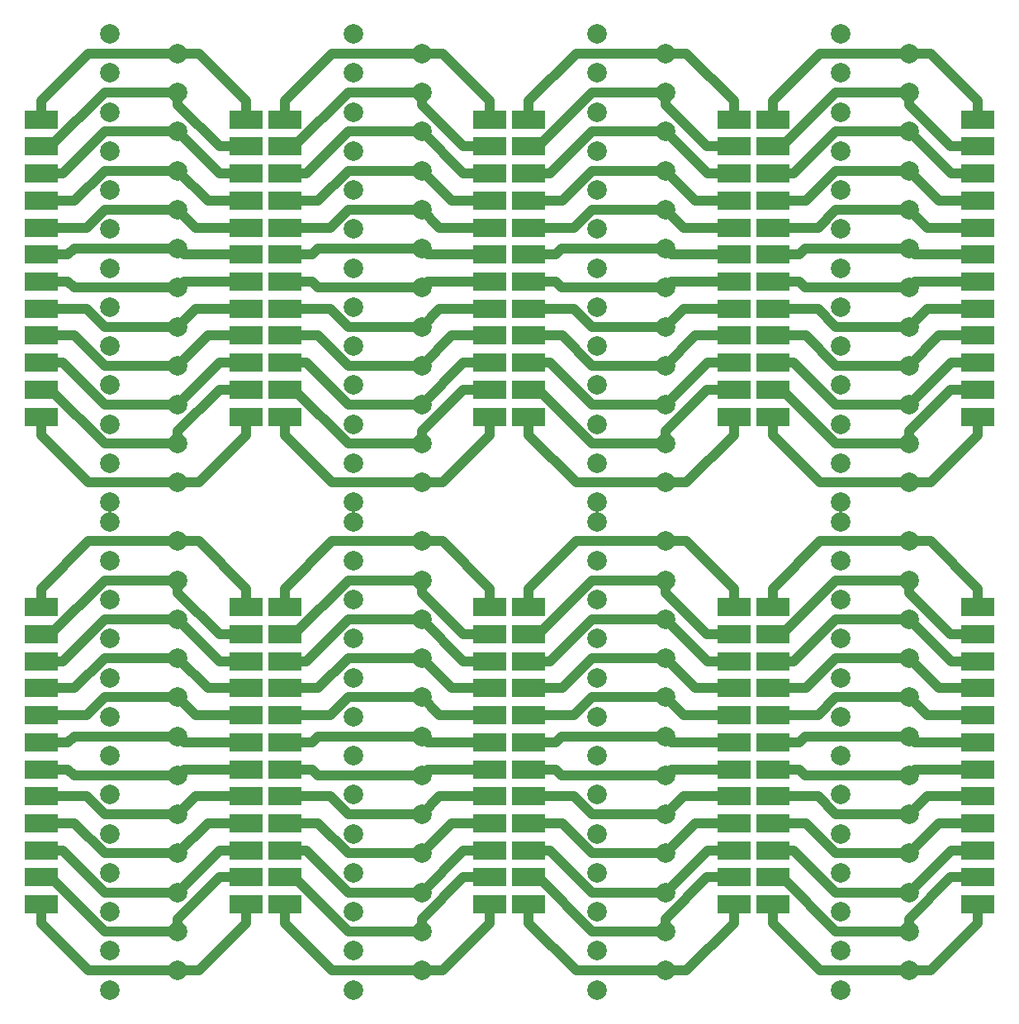
<source format=gbl>
G04 #@! TF.GenerationSoftware,KiCad,Pcbnew,(5.1.5)-3*
G04 #@! TF.CreationDate,2021-03-24T18:55:27+09:00*
G04 #@! TF.ProjectId,DSub25TestPoint(2x4),44537562-3235-4546-9573-74506f696e74,rev?*
G04 #@! TF.SameCoordinates,Original*
G04 #@! TF.FileFunction,Copper,L2,Bot*
G04 #@! TF.FilePolarity,Positive*
%FSLAX46Y46*%
G04 Gerber Fmt 4.6, Leading zero omitted, Abs format (unit mm)*
G04 Created by KiCad (PCBNEW (5.1.5)-3) date 2021-03-24 18:55:27*
%MOMM*%
%LPD*%
G04 APERTURE LIST*
%ADD10C,2.000000*%
%ADD11R,3.480000X1.846667*%
%ADD12C,1.000000*%
G04 APERTURE END LIST*
D10*
X121000000Y-99000000D03*
X114000000Y-101000000D03*
X121000000Y-127000000D03*
X121000000Y-115000000D03*
X121000000Y-103000000D03*
X121000000Y-119000000D03*
X114000000Y-89000000D03*
X121000000Y-111000000D03*
X121000000Y-83000000D03*
X114000000Y-85000000D03*
X114000000Y-81000000D03*
X121000000Y-107000000D03*
X121000000Y-123000000D03*
X114000000Y-97000000D03*
X114000000Y-93000000D03*
X121000000Y-87000000D03*
X121000000Y-91000000D03*
X121000000Y-95000000D03*
X121000000Y-61000000D03*
X114000000Y-109000000D03*
X121000000Y-41000000D03*
X114000000Y-129000000D03*
X114000000Y-117000000D03*
X121000000Y-69000000D03*
D11*
X128000000Y-120235000D03*
X128000000Y-117465000D03*
X128000000Y-114695000D03*
X128000000Y-111925000D03*
X128000000Y-109155000D03*
X128000000Y-106385000D03*
X128000000Y-103615000D03*
X128000000Y-100845000D03*
X128000000Y-98075000D03*
X128000000Y-95305000D03*
X128000000Y-92535000D03*
X128000000Y-89765000D03*
D10*
X114000000Y-31000000D03*
D11*
X107000000Y-120235000D03*
X107000000Y-117465000D03*
X107000000Y-114695000D03*
X107000000Y-111925000D03*
X107000000Y-109155000D03*
X107000000Y-106385000D03*
X107000000Y-103615000D03*
X107000000Y-100845000D03*
X107000000Y-98075000D03*
X107000000Y-95305000D03*
X107000000Y-92535000D03*
X107000000Y-89765000D03*
D10*
X114000000Y-113000000D03*
X114000000Y-121000000D03*
X121000000Y-37000000D03*
X121000000Y-73000000D03*
X121000000Y-53000000D03*
X121000000Y-65000000D03*
X114000000Y-125000000D03*
X114000000Y-105000000D03*
X114000000Y-51000000D03*
X114000000Y-47000000D03*
D11*
X128000000Y-70235000D03*
X128000000Y-67465000D03*
X128000000Y-64695000D03*
X128000000Y-61925000D03*
X128000000Y-59155000D03*
X128000000Y-56385000D03*
X128000000Y-53615000D03*
X128000000Y-50845000D03*
X128000000Y-48075000D03*
X128000000Y-45305000D03*
X128000000Y-42535000D03*
X128000000Y-39765000D03*
D10*
X121000000Y-77000000D03*
X114000000Y-43000000D03*
X114000000Y-39000000D03*
X121000000Y-57000000D03*
D11*
X107000000Y-70235000D03*
X107000000Y-67465000D03*
X107000000Y-64695000D03*
X107000000Y-61925000D03*
X107000000Y-59155000D03*
X107000000Y-56385000D03*
X107000000Y-53615000D03*
X107000000Y-50845000D03*
X107000000Y-48075000D03*
X107000000Y-45305000D03*
X107000000Y-42535000D03*
X107000000Y-39765000D03*
D10*
X114000000Y-63000000D03*
X121000000Y-49000000D03*
X114000000Y-35000000D03*
X114000000Y-59000000D03*
X114000000Y-71000000D03*
X114000000Y-67000000D03*
X121000000Y-33000000D03*
X121000000Y-45000000D03*
X114000000Y-55000000D03*
X114000000Y-79000000D03*
X114000000Y-75000000D03*
X96000000Y-99000000D03*
X96000000Y-111000000D03*
X89000000Y-89000000D03*
X96000000Y-83000000D03*
X96000000Y-87000000D03*
X96000000Y-115000000D03*
X96000000Y-91000000D03*
X96000000Y-95000000D03*
X96000000Y-103000000D03*
X96000000Y-107000000D03*
X89000000Y-85000000D03*
X89000000Y-93000000D03*
X96000000Y-127000000D03*
X96000000Y-119000000D03*
X96000000Y-123000000D03*
X89000000Y-81000000D03*
X89000000Y-97000000D03*
X89000000Y-101000000D03*
D11*
X82000000Y-89765000D03*
X82000000Y-92535000D03*
X82000000Y-95305000D03*
X82000000Y-98075000D03*
X82000000Y-100845000D03*
X82000000Y-103615000D03*
X82000000Y-106385000D03*
X82000000Y-109155000D03*
X82000000Y-111925000D03*
X82000000Y-114695000D03*
X82000000Y-117465000D03*
X82000000Y-120235000D03*
D10*
X89000000Y-113000000D03*
X89000000Y-125000000D03*
X89000000Y-129000000D03*
X89000000Y-105000000D03*
X89000000Y-109000000D03*
X89000000Y-121000000D03*
X89000000Y-117000000D03*
D11*
X103000000Y-89765000D03*
X103000000Y-92535000D03*
X103000000Y-95305000D03*
X103000000Y-98075000D03*
X103000000Y-100845000D03*
X103000000Y-103615000D03*
X103000000Y-106385000D03*
X103000000Y-109155000D03*
X103000000Y-111925000D03*
X103000000Y-114695000D03*
X103000000Y-117465000D03*
X103000000Y-120235000D03*
D10*
X96000000Y-69000000D03*
X96000000Y-37000000D03*
X96000000Y-65000000D03*
X96000000Y-41000000D03*
X96000000Y-73000000D03*
X96000000Y-61000000D03*
X96000000Y-53000000D03*
X89000000Y-31000000D03*
X89000000Y-51000000D03*
X96000000Y-45000000D03*
X89000000Y-43000000D03*
X96000000Y-49000000D03*
X89000000Y-39000000D03*
X89000000Y-35000000D03*
X89000000Y-47000000D03*
X96000000Y-57000000D03*
X96000000Y-33000000D03*
X96000000Y-77000000D03*
X89000000Y-55000000D03*
D11*
X82000000Y-39765000D03*
X82000000Y-42535000D03*
X82000000Y-45305000D03*
X82000000Y-48075000D03*
X82000000Y-50845000D03*
X82000000Y-53615000D03*
X82000000Y-56385000D03*
X82000000Y-59155000D03*
X82000000Y-61925000D03*
X82000000Y-64695000D03*
X82000000Y-67465000D03*
X82000000Y-70235000D03*
D10*
X89000000Y-59000000D03*
X89000000Y-63000000D03*
X89000000Y-75000000D03*
X89000000Y-71000000D03*
X89000000Y-79000000D03*
D11*
X103000000Y-39765000D03*
X103000000Y-42535000D03*
X103000000Y-45305000D03*
X103000000Y-48075000D03*
X103000000Y-50845000D03*
X103000000Y-53615000D03*
X103000000Y-56385000D03*
X103000000Y-59155000D03*
X103000000Y-61925000D03*
X103000000Y-64695000D03*
X103000000Y-67465000D03*
X103000000Y-70235000D03*
D10*
X89000000Y-67000000D03*
X71000000Y-99000000D03*
X71000000Y-111000000D03*
X64000000Y-89000000D03*
X71000000Y-83000000D03*
X71000000Y-87000000D03*
X71000000Y-115000000D03*
X71000000Y-91000000D03*
X71000000Y-95000000D03*
X71000000Y-103000000D03*
X71000000Y-107000000D03*
X64000000Y-85000000D03*
X64000000Y-93000000D03*
X71000000Y-127000000D03*
X71000000Y-119000000D03*
X71000000Y-123000000D03*
X64000000Y-81000000D03*
X64000000Y-97000000D03*
X64000000Y-101000000D03*
D11*
X57000000Y-89765000D03*
X57000000Y-92535000D03*
X57000000Y-95305000D03*
X57000000Y-98075000D03*
X57000000Y-100845000D03*
X57000000Y-103615000D03*
X57000000Y-106385000D03*
X57000000Y-109155000D03*
X57000000Y-111925000D03*
X57000000Y-114695000D03*
X57000000Y-117465000D03*
X57000000Y-120235000D03*
D10*
X64000000Y-113000000D03*
X64000000Y-125000000D03*
X64000000Y-129000000D03*
X64000000Y-105000000D03*
X64000000Y-109000000D03*
X64000000Y-121000000D03*
X64000000Y-117000000D03*
D11*
X78000000Y-89765000D03*
X78000000Y-92535000D03*
X78000000Y-95305000D03*
X78000000Y-98075000D03*
X78000000Y-100845000D03*
X78000000Y-103615000D03*
X78000000Y-106385000D03*
X78000000Y-109155000D03*
X78000000Y-111925000D03*
X78000000Y-114695000D03*
X78000000Y-117465000D03*
X78000000Y-120235000D03*
D10*
X71000000Y-69000000D03*
X71000000Y-37000000D03*
X71000000Y-65000000D03*
X71000000Y-41000000D03*
X71000000Y-73000000D03*
X71000000Y-61000000D03*
X71000000Y-53000000D03*
X64000000Y-31000000D03*
X64000000Y-51000000D03*
X71000000Y-45000000D03*
X64000000Y-43000000D03*
X71000000Y-49000000D03*
X64000000Y-39000000D03*
X64000000Y-35000000D03*
X64000000Y-47000000D03*
X71000000Y-57000000D03*
X71000000Y-33000000D03*
X71000000Y-77000000D03*
X64000000Y-55000000D03*
D11*
X57000000Y-39765000D03*
X57000000Y-42535000D03*
X57000000Y-45305000D03*
X57000000Y-48075000D03*
X57000000Y-50845000D03*
X57000000Y-53615000D03*
X57000000Y-56385000D03*
X57000000Y-59155000D03*
X57000000Y-61925000D03*
X57000000Y-64695000D03*
X57000000Y-67465000D03*
X57000000Y-70235000D03*
D10*
X64000000Y-59000000D03*
X64000000Y-63000000D03*
X64000000Y-75000000D03*
X64000000Y-71000000D03*
X64000000Y-79000000D03*
D11*
X78000000Y-39765000D03*
X78000000Y-42535000D03*
X78000000Y-45305000D03*
X78000000Y-48075000D03*
X78000000Y-50845000D03*
X78000000Y-53615000D03*
X78000000Y-56385000D03*
X78000000Y-59155000D03*
X78000000Y-61925000D03*
X78000000Y-64695000D03*
X78000000Y-67465000D03*
X78000000Y-70235000D03*
D10*
X64000000Y-67000000D03*
D11*
X32000000Y-70235000D03*
X32000000Y-67465000D03*
X32000000Y-64695000D03*
X32000000Y-61925000D03*
X32000000Y-59155000D03*
X32000000Y-56385000D03*
X32000000Y-53615000D03*
X32000000Y-50845000D03*
X32000000Y-48075000D03*
X32000000Y-45305000D03*
X32000000Y-42535000D03*
X32000000Y-39765000D03*
X53000000Y-70235000D03*
X53000000Y-67465000D03*
X53000000Y-64695000D03*
X53000000Y-61925000D03*
X53000000Y-59155000D03*
X53000000Y-56385000D03*
X53000000Y-53615000D03*
X53000000Y-50845000D03*
X53000000Y-48075000D03*
X53000000Y-45305000D03*
X53000000Y-42535000D03*
X53000000Y-39765000D03*
D10*
X39000000Y-79000000D03*
X39000000Y-75000000D03*
X39000000Y-71000000D03*
X39000000Y-67000000D03*
X39000000Y-63000000D03*
X39000000Y-59000000D03*
X39000000Y-55000000D03*
X39000000Y-51000000D03*
X39000000Y-47000000D03*
X39000000Y-43000000D03*
X39000000Y-39000000D03*
X39000000Y-35000000D03*
X39000000Y-31000000D03*
X46000000Y-77000000D03*
X46000000Y-73000000D03*
X46000000Y-69000000D03*
X46000000Y-65000000D03*
X46000000Y-61000000D03*
X46000000Y-57000000D03*
X46000000Y-53000000D03*
X46000000Y-49000000D03*
X46000000Y-45000000D03*
X46000000Y-41000000D03*
X46000000Y-37000000D03*
X46000000Y-33000000D03*
D11*
X32000000Y-120235000D03*
X32000000Y-117465000D03*
X32000000Y-114695000D03*
X32000000Y-111925000D03*
X32000000Y-109155000D03*
X32000000Y-106385000D03*
X32000000Y-103615000D03*
X32000000Y-100845000D03*
X32000000Y-98075000D03*
X32000000Y-95305000D03*
X32000000Y-92535000D03*
X32000000Y-89765000D03*
X53000000Y-120235000D03*
X53000000Y-117465000D03*
X53000000Y-114695000D03*
X53000000Y-111925000D03*
X53000000Y-109155000D03*
X53000000Y-106385000D03*
X53000000Y-103615000D03*
X53000000Y-100845000D03*
X53000000Y-98075000D03*
X53000000Y-95305000D03*
X53000000Y-92535000D03*
X53000000Y-89765000D03*
D10*
X39000000Y-129000000D03*
X39000000Y-125000000D03*
X39000000Y-121000000D03*
X39000000Y-117000000D03*
X39000000Y-113000000D03*
X39000000Y-109000000D03*
X39000000Y-105000000D03*
X39000000Y-101000000D03*
X39000000Y-97000000D03*
X39000000Y-93000000D03*
X39000000Y-89000000D03*
X39000000Y-85000000D03*
X39000000Y-81000000D03*
X46000000Y-127000000D03*
X46000000Y-123000000D03*
X46000000Y-119000000D03*
X46000000Y-115000000D03*
X46000000Y-111000000D03*
X46000000Y-107000000D03*
X46000000Y-103000000D03*
X46000000Y-99000000D03*
X46000000Y-95000000D03*
X46000000Y-91000000D03*
X46000000Y-87000000D03*
X46000000Y-83000000D03*
D12*
X47414213Y-77000000D02*
X46000000Y-77000000D01*
X48158333Y-77000000D02*
X47414213Y-77000000D01*
X53000000Y-72158333D02*
X48158333Y-77000000D01*
X53000000Y-70235000D02*
X53000000Y-72158333D01*
X44585787Y-77000000D02*
X46000000Y-77000000D01*
X36841667Y-77000000D02*
X44585787Y-77000000D01*
X32000000Y-72158333D02*
X36841667Y-77000000D01*
X32000000Y-70235000D02*
X32000000Y-72158333D01*
X47414213Y-127000000D02*
X46000000Y-127000000D01*
X48158333Y-127000000D02*
X47414213Y-127000000D01*
X53000000Y-122158333D02*
X48158333Y-127000000D01*
X53000000Y-120235000D02*
X53000000Y-122158333D01*
X44585787Y-127000000D02*
X46000000Y-127000000D01*
X36841667Y-127000000D02*
X44585787Y-127000000D01*
X32000000Y-122158333D02*
X36841667Y-127000000D01*
X32000000Y-120235000D02*
X32000000Y-122158333D01*
X73158333Y-77000000D02*
X72414213Y-77000000D01*
X69585787Y-77000000D02*
X71000000Y-77000000D01*
X78000000Y-70235000D02*
X78000000Y-72158333D01*
X78000000Y-72158333D02*
X73158333Y-77000000D01*
X61841667Y-77000000D02*
X69585787Y-77000000D01*
X72414213Y-77000000D02*
X71000000Y-77000000D01*
X57000000Y-72158333D02*
X61841667Y-77000000D01*
X57000000Y-70235000D02*
X57000000Y-72158333D01*
X78000000Y-122158333D02*
X73158333Y-127000000D01*
X69585787Y-127000000D02*
X71000000Y-127000000D01*
X57000000Y-120235000D02*
X57000000Y-122158333D01*
X72414213Y-127000000D02*
X71000000Y-127000000D01*
X61841667Y-127000000D02*
X69585787Y-127000000D01*
X73158333Y-127000000D02*
X72414213Y-127000000D01*
X57000000Y-122158333D02*
X61841667Y-127000000D01*
X78000000Y-120235000D02*
X78000000Y-122158333D01*
X98158333Y-77000000D02*
X97414213Y-77000000D01*
X94585787Y-77000000D02*
X96000000Y-77000000D01*
X103000000Y-70235000D02*
X103000000Y-72158333D01*
X103000000Y-72158333D02*
X98158333Y-77000000D01*
X86841667Y-77000000D02*
X94585787Y-77000000D01*
X97414213Y-77000000D02*
X96000000Y-77000000D01*
X82000000Y-72158333D02*
X86841667Y-77000000D01*
X82000000Y-70235000D02*
X82000000Y-72158333D01*
X103000000Y-122158333D02*
X98158333Y-127000000D01*
X94585787Y-127000000D02*
X96000000Y-127000000D01*
X82000000Y-120235000D02*
X82000000Y-122158333D01*
X97414213Y-127000000D02*
X96000000Y-127000000D01*
X86841667Y-127000000D02*
X94585787Y-127000000D01*
X98158333Y-127000000D02*
X97414213Y-127000000D01*
X82000000Y-122158333D02*
X86841667Y-127000000D01*
X103000000Y-120235000D02*
X103000000Y-122158333D01*
X119585787Y-77000000D02*
X121000000Y-77000000D01*
X128000000Y-72158333D02*
X123158333Y-77000000D01*
X123158333Y-77000000D02*
X122414213Y-77000000D01*
X128000000Y-70235000D02*
X128000000Y-72158333D01*
X111841667Y-77000000D02*
X119585787Y-77000000D01*
X122414213Y-77000000D02*
X121000000Y-77000000D01*
X107000000Y-72158333D02*
X111841667Y-77000000D01*
X107000000Y-70235000D02*
X107000000Y-72158333D01*
X119585787Y-127000000D02*
X121000000Y-127000000D01*
X123158333Y-127000000D02*
X122414213Y-127000000D01*
X128000000Y-122158333D02*
X123158333Y-127000000D01*
X107000000Y-120235000D02*
X107000000Y-122158333D01*
X107000000Y-122158333D02*
X111841667Y-127000000D01*
X122414213Y-127000000D02*
X121000000Y-127000000D01*
X111841667Y-127000000D02*
X119585787Y-127000000D01*
X128000000Y-120235000D02*
X128000000Y-122158333D01*
X44585787Y-73000000D02*
X46000000Y-73000000D01*
X38483998Y-73000000D02*
X44585787Y-73000000D01*
X32948998Y-67465000D02*
X38483998Y-73000000D01*
X32000000Y-67465000D02*
X32948998Y-67465000D01*
X46000000Y-71725000D02*
X46000000Y-73000000D01*
X50260000Y-67465000D02*
X46000000Y-71725000D01*
X53000000Y-67465000D02*
X50260000Y-67465000D01*
X44585787Y-123000000D02*
X46000000Y-123000000D01*
X38483998Y-123000000D02*
X44585787Y-123000000D01*
X32948998Y-117465000D02*
X38483998Y-123000000D01*
X32000000Y-117465000D02*
X32948998Y-117465000D01*
X46000000Y-121725000D02*
X46000000Y-123000000D01*
X50260000Y-117465000D02*
X46000000Y-121725000D01*
X53000000Y-117465000D02*
X50260000Y-117465000D01*
X69585787Y-73000000D02*
X71000000Y-73000000D01*
X71000000Y-71725000D02*
X71000000Y-73000000D01*
X75260000Y-67465000D02*
X71000000Y-71725000D01*
X63483998Y-73000000D02*
X69585787Y-73000000D01*
X57000000Y-67465000D02*
X57948998Y-67465000D01*
X78000000Y-67465000D02*
X75260000Y-67465000D01*
X57948998Y-67465000D02*
X63483998Y-73000000D01*
X69585787Y-123000000D02*
X71000000Y-123000000D01*
X63483998Y-123000000D02*
X69585787Y-123000000D01*
X57000000Y-117465000D02*
X57948998Y-117465000D01*
X71000000Y-121725000D02*
X71000000Y-123000000D01*
X75260000Y-117465000D02*
X71000000Y-121725000D01*
X57948998Y-117465000D02*
X63483998Y-123000000D01*
X78000000Y-117465000D02*
X75260000Y-117465000D01*
X94585787Y-73000000D02*
X96000000Y-73000000D01*
X96000000Y-71725000D02*
X96000000Y-73000000D01*
X100260000Y-67465000D02*
X96000000Y-71725000D01*
X88483998Y-73000000D02*
X94585787Y-73000000D01*
X82000000Y-67465000D02*
X82948998Y-67465000D01*
X103000000Y-67465000D02*
X100260000Y-67465000D01*
X82948998Y-67465000D02*
X88483998Y-73000000D01*
X94585787Y-123000000D02*
X96000000Y-123000000D01*
X88483998Y-123000000D02*
X94585787Y-123000000D01*
X82000000Y-117465000D02*
X82948998Y-117465000D01*
X96000000Y-121725000D02*
X96000000Y-123000000D01*
X100260000Y-117465000D02*
X96000000Y-121725000D01*
X82948998Y-117465000D02*
X88483998Y-123000000D01*
X103000000Y-117465000D02*
X100260000Y-117465000D01*
X119585787Y-73000000D02*
X121000000Y-73000000D01*
X121000000Y-71725000D02*
X121000000Y-73000000D01*
X128000000Y-67465000D02*
X125260000Y-67465000D01*
X125260000Y-67465000D02*
X121000000Y-71725000D01*
X107000000Y-67465000D02*
X107948998Y-67465000D01*
X113483998Y-73000000D02*
X119585787Y-73000000D01*
X107948998Y-67465000D02*
X113483998Y-73000000D01*
X119585787Y-123000000D02*
X121000000Y-123000000D01*
X113483998Y-123000000D02*
X119585787Y-123000000D01*
X107948998Y-117465000D02*
X113483998Y-123000000D01*
X107000000Y-117465000D02*
X107948998Y-117465000D01*
X121000000Y-121725000D02*
X121000000Y-123000000D01*
X125260000Y-117465000D02*
X121000000Y-121725000D01*
X128000000Y-117465000D02*
X125260000Y-117465000D01*
X50305000Y-64695000D02*
X46000000Y-69000000D01*
X53000000Y-64695000D02*
X50305000Y-64695000D01*
X38483998Y-69000000D02*
X44585787Y-69000000D01*
X34178998Y-64695000D02*
X38483998Y-69000000D01*
X44585787Y-69000000D02*
X46000000Y-69000000D01*
X32000000Y-64695000D02*
X34178998Y-64695000D01*
X50305000Y-114695000D02*
X46000000Y-119000000D01*
X53000000Y-114695000D02*
X50305000Y-114695000D01*
X38483998Y-119000000D02*
X44585787Y-119000000D01*
X34178998Y-114695000D02*
X38483998Y-119000000D01*
X44585787Y-119000000D02*
X46000000Y-119000000D01*
X32000000Y-114695000D02*
X34178998Y-114695000D01*
X57000000Y-64695000D02*
X59178998Y-64695000D01*
X78000000Y-64695000D02*
X75305000Y-64695000D01*
X69585787Y-69000000D02*
X71000000Y-69000000D01*
X63483998Y-69000000D02*
X69585787Y-69000000D01*
X75305000Y-64695000D02*
X71000000Y-69000000D01*
X59178998Y-64695000D02*
X63483998Y-69000000D01*
X63483998Y-119000000D02*
X69585787Y-119000000D01*
X75305000Y-114695000D02*
X71000000Y-119000000D01*
X69585787Y-119000000D02*
X71000000Y-119000000D01*
X78000000Y-114695000D02*
X75305000Y-114695000D01*
X59178998Y-114695000D02*
X63483998Y-119000000D01*
X57000000Y-114695000D02*
X59178998Y-114695000D01*
X82000000Y-64695000D02*
X84178998Y-64695000D01*
X103000000Y-64695000D02*
X100305000Y-64695000D01*
X94585787Y-69000000D02*
X96000000Y-69000000D01*
X88483998Y-69000000D02*
X94585787Y-69000000D01*
X100305000Y-64695000D02*
X96000000Y-69000000D01*
X84178998Y-64695000D02*
X88483998Y-69000000D01*
X88483998Y-119000000D02*
X94585787Y-119000000D01*
X100305000Y-114695000D02*
X96000000Y-119000000D01*
X94585787Y-119000000D02*
X96000000Y-119000000D01*
X103000000Y-114695000D02*
X100305000Y-114695000D01*
X84178998Y-114695000D02*
X88483998Y-119000000D01*
X82000000Y-114695000D02*
X84178998Y-114695000D01*
X107000000Y-64695000D02*
X109178998Y-64695000D01*
X119585787Y-69000000D02*
X121000000Y-69000000D01*
X113483998Y-69000000D02*
X119585787Y-69000000D01*
X128000000Y-64695000D02*
X125305000Y-64695000D01*
X109178998Y-64695000D02*
X113483998Y-69000000D01*
X125305000Y-64695000D02*
X121000000Y-69000000D01*
X107000000Y-114695000D02*
X109178998Y-114695000D01*
X125305000Y-114695000D02*
X121000000Y-119000000D01*
X128000000Y-114695000D02*
X125305000Y-114695000D01*
X119585787Y-119000000D02*
X121000000Y-119000000D01*
X109178998Y-114695000D02*
X113483998Y-119000000D01*
X113483998Y-119000000D02*
X119585787Y-119000000D01*
X44585787Y-65000000D02*
X46000000Y-65000000D01*
X38483998Y-65000000D02*
X44585787Y-65000000D01*
X35408998Y-61925000D02*
X38483998Y-65000000D01*
X32000000Y-61925000D02*
X35408998Y-61925000D01*
X49075000Y-61925000D02*
X46000000Y-65000000D01*
X53000000Y-61925000D02*
X49075000Y-61925000D01*
X44585787Y-115000000D02*
X46000000Y-115000000D01*
X38483998Y-115000000D02*
X44585787Y-115000000D01*
X35408998Y-111925000D02*
X38483998Y-115000000D01*
X32000000Y-111925000D02*
X35408998Y-111925000D01*
X49075000Y-111925000D02*
X46000000Y-115000000D01*
X53000000Y-111925000D02*
X49075000Y-111925000D01*
X63483998Y-65000000D02*
X69585787Y-65000000D01*
X69585787Y-65000000D02*
X71000000Y-65000000D01*
X78000000Y-61925000D02*
X74075000Y-61925000D01*
X60408998Y-61925000D02*
X63483998Y-65000000D01*
X57000000Y-61925000D02*
X60408998Y-61925000D01*
X74075000Y-61925000D02*
X71000000Y-65000000D01*
X63483998Y-115000000D02*
X69585787Y-115000000D01*
X60408998Y-111925000D02*
X63483998Y-115000000D01*
X78000000Y-111925000D02*
X74075000Y-111925000D01*
X57000000Y-111925000D02*
X60408998Y-111925000D01*
X69585787Y-115000000D02*
X71000000Y-115000000D01*
X74075000Y-111925000D02*
X71000000Y-115000000D01*
X88483998Y-65000000D02*
X94585787Y-65000000D01*
X94585787Y-65000000D02*
X96000000Y-65000000D01*
X103000000Y-61925000D02*
X99075000Y-61925000D01*
X85408998Y-61925000D02*
X88483998Y-65000000D01*
X82000000Y-61925000D02*
X85408998Y-61925000D01*
X99075000Y-61925000D02*
X96000000Y-65000000D01*
X88483998Y-115000000D02*
X94585787Y-115000000D01*
X85408998Y-111925000D02*
X88483998Y-115000000D01*
X103000000Y-111925000D02*
X99075000Y-111925000D01*
X82000000Y-111925000D02*
X85408998Y-111925000D01*
X94585787Y-115000000D02*
X96000000Y-115000000D01*
X99075000Y-111925000D02*
X96000000Y-115000000D01*
X113483998Y-65000000D02*
X119585787Y-65000000D01*
X119585787Y-65000000D02*
X121000000Y-65000000D01*
X128000000Y-61925000D02*
X124075000Y-61925000D01*
X107000000Y-61925000D02*
X110408998Y-61925000D01*
X110408998Y-61925000D02*
X113483998Y-65000000D01*
X124075000Y-61925000D02*
X121000000Y-65000000D01*
X113483998Y-115000000D02*
X119585787Y-115000000D01*
X107000000Y-111925000D02*
X110408998Y-111925000D01*
X124075000Y-111925000D02*
X121000000Y-115000000D01*
X128000000Y-111925000D02*
X124075000Y-111925000D01*
X110408998Y-111925000D02*
X113483998Y-115000000D01*
X119585787Y-115000000D02*
X121000000Y-115000000D01*
X47845000Y-59155000D02*
X46000000Y-61000000D01*
X53000000Y-59155000D02*
X47845000Y-59155000D01*
X44585787Y-61000000D02*
X46000000Y-61000000D01*
X38483998Y-61000000D02*
X44585787Y-61000000D01*
X36638998Y-59155000D02*
X38483998Y-61000000D01*
X32000000Y-59155000D02*
X36638998Y-59155000D01*
X47845000Y-109155000D02*
X46000000Y-111000000D01*
X53000000Y-109155000D02*
X47845000Y-109155000D01*
X44585787Y-111000000D02*
X46000000Y-111000000D01*
X38483998Y-111000000D02*
X44585787Y-111000000D01*
X36638998Y-109155000D02*
X38483998Y-111000000D01*
X32000000Y-109155000D02*
X36638998Y-109155000D01*
X69585787Y-61000000D02*
X71000000Y-61000000D01*
X78000000Y-59155000D02*
X72845000Y-59155000D01*
X63483998Y-61000000D02*
X69585787Y-61000000D01*
X72845000Y-59155000D02*
X71000000Y-61000000D01*
X57000000Y-59155000D02*
X61638998Y-59155000D01*
X61638998Y-59155000D02*
X63483998Y-61000000D01*
X72845000Y-109155000D02*
X71000000Y-111000000D01*
X78000000Y-109155000D02*
X72845000Y-109155000D01*
X61638998Y-109155000D02*
X63483998Y-111000000D01*
X63483998Y-111000000D02*
X69585787Y-111000000D01*
X69585787Y-111000000D02*
X71000000Y-111000000D01*
X57000000Y-109155000D02*
X61638998Y-109155000D01*
X94585787Y-61000000D02*
X96000000Y-61000000D01*
X103000000Y-59155000D02*
X97845000Y-59155000D01*
X88483998Y-61000000D02*
X94585787Y-61000000D01*
X97845000Y-59155000D02*
X96000000Y-61000000D01*
X82000000Y-59155000D02*
X86638998Y-59155000D01*
X86638998Y-59155000D02*
X88483998Y-61000000D01*
X97845000Y-109155000D02*
X96000000Y-111000000D01*
X103000000Y-109155000D02*
X97845000Y-109155000D01*
X86638998Y-109155000D02*
X88483998Y-111000000D01*
X88483998Y-111000000D02*
X94585787Y-111000000D01*
X94585787Y-111000000D02*
X96000000Y-111000000D01*
X82000000Y-109155000D02*
X86638998Y-109155000D01*
X128000000Y-59155000D02*
X122845000Y-59155000D01*
X119585787Y-61000000D02*
X121000000Y-61000000D01*
X122845000Y-59155000D02*
X121000000Y-61000000D01*
X113483998Y-61000000D02*
X119585787Y-61000000D01*
X107000000Y-59155000D02*
X111638998Y-59155000D01*
X111638998Y-59155000D02*
X113483998Y-61000000D01*
X113483998Y-111000000D02*
X119585787Y-111000000D01*
X107000000Y-109155000D02*
X111638998Y-109155000D01*
X128000000Y-109155000D02*
X122845000Y-109155000D01*
X111638998Y-109155000D02*
X113483998Y-111000000D01*
X119585787Y-111000000D02*
X121000000Y-111000000D01*
X122845000Y-109155000D02*
X121000000Y-111000000D01*
X46615000Y-56385000D02*
X46000000Y-57000000D01*
X53000000Y-56385000D02*
X46615000Y-56385000D01*
X35355000Y-57000000D02*
X44585787Y-57000000D01*
X44585787Y-57000000D02*
X46000000Y-57000000D01*
X34740000Y-56385000D02*
X35355000Y-57000000D01*
X32000000Y-56385000D02*
X34740000Y-56385000D01*
X46615000Y-106385000D02*
X46000000Y-107000000D01*
X53000000Y-106385000D02*
X46615000Y-106385000D01*
X35355000Y-107000000D02*
X44585787Y-107000000D01*
X44585787Y-107000000D02*
X46000000Y-107000000D01*
X34740000Y-106385000D02*
X35355000Y-107000000D01*
X32000000Y-106385000D02*
X34740000Y-106385000D01*
X71615000Y-56385000D02*
X71000000Y-57000000D01*
X78000000Y-56385000D02*
X71615000Y-56385000D01*
X60355000Y-57000000D02*
X69585787Y-57000000D01*
X69585787Y-57000000D02*
X71000000Y-57000000D01*
X59740000Y-56385000D02*
X60355000Y-57000000D01*
X57000000Y-56385000D02*
X59740000Y-56385000D01*
X71615000Y-106385000D02*
X71000000Y-107000000D01*
X60355000Y-107000000D02*
X69585787Y-107000000D01*
X69585787Y-107000000D02*
X71000000Y-107000000D01*
X78000000Y-106385000D02*
X71615000Y-106385000D01*
X59740000Y-106385000D02*
X60355000Y-107000000D01*
X57000000Y-106385000D02*
X59740000Y-106385000D01*
X96615000Y-56385000D02*
X96000000Y-57000000D01*
X103000000Y-56385000D02*
X96615000Y-56385000D01*
X85355000Y-57000000D02*
X94585787Y-57000000D01*
X94585787Y-57000000D02*
X96000000Y-57000000D01*
X84740000Y-56385000D02*
X85355000Y-57000000D01*
X82000000Y-56385000D02*
X84740000Y-56385000D01*
X96615000Y-106385000D02*
X96000000Y-107000000D01*
X85355000Y-107000000D02*
X94585787Y-107000000D01*
X94585787Y-107000000D02*
X96000000Y-107000000D01*
X103000000Y-106385000D02*
X96615000Y-106385000D01*
X84740000Y-106385000D02*
X85355000Y-107000000D01*
X82000000Y-106385000D02*
X84740000Y-106385000D01*
X121615000Y-56385000D02*
X121000000Y-57000000D01*
X109740000Y-56385000D02*
X110355000Y-57000000D01*
X128000000Y-56385000D02*
X121615000Y-56385000D01*
X119585787Y-57000000D02*
X121000000Y-57000000D01*
X110355000Y-57000000D02*
X119585787Y-57000000D01*
X107000000Y-56385000D02*
X109740000Y-56385000D01*
X109740000Y-106385000D02*
X110355000Y-107000000D01*
X128000000Y-106385000D02*
X121615000Y-106385000D01*
X119585787Y-107000000D02*
X121000000Y-107000000D01*
X110355000Y-107000000D02*
X119585787Y-107000000D01*
X107000000Y-106385000D02*
X109740000Y-106385000D01*
X121615000Y-106385000D02*
X121000000Y-107000000D01*
X46615000Y-53615000D02*
X46000000Y-53000000D01*
X53000000Y-53615000D02*
X46615000Y-53615000D01*
X44585787Y-53000000D02*
X46000000Y-53000000D01*
X35355000Y-53000000D02*
X44585787Y-53000000D01*
X34740000Y-53615000D02*
X35355000Y-53000000D01*
X32000000Y-53615000D02*
X34740000Y-53615000D01*
X46615000Y-103615000D02*
X46000000Y-103000000D01*
X53000000Y-103615000D02*
X46615000Y-103615000D01*
X44585787Y-103000000D02*
X46000000Y-103000000D01*
X35355000Y-103000000D02*
X44585787Y-103000000D01*
X34740000Y-103615000D02*
X35355000Y-103000000D01*
X32000000Y-103615000D02*
X34740000Y-103615000D01*
X71615000Y-53615000D02*
X71000000Y-53000000D01*
X60355000Y-53000000D02*
X69585787Y-53000000D01*
X78000000Y-53615000D02*
X71615000Y-53615000D01*
X69585787Y-53000000D02*
X71000000Y-53000000D01*
X59740000Y-53615000D02*
X60355000Y-53000000D01*
X57000000Y-53615000D02*
X59740000Y-53615000D01*
X78000000Y-103615000D02*
X71615000Y-103615000D01*
X71615000Y-103615000D02*
X71000000Y-103000000D01*
X60355000Y-103000000D02*
X69585787Y-103000000D01*
X57000000Y-103615000D02*
X59740000Y-103615000D01*
X69585787Y-103000000D02*
X71000000Y-103000000D01*
X59740000Y-103615000D02*
X60355000Y-103000000D01*
X96615000Y-53615000D02*
X96000000Y-53000000D01*
X85355000Y-53000000D02*
X94585787Y-53000000D01*
X103000000Y-53615000D02*
X96615000Y-53615000D01*
X94585787Y-53000000D02*
X96000000Y-53000000D01*
X84740000Y-53615000D02*
X85355000Y-53000000D01*
X82000000Y-53615000D02*
X84740000Y-53615000D01*
X103000000Y-103615000D02*
X96615000Y-103615000D01*
X96615000Y-103615000D02*
X96000000Y-103000000D01*
X85355000Y-103000000D02*
X94585787Y-103000000D01*
X82000000Y-103615000D02*
X84740000Y-103615000D01*
X94585787Y-103000000D02*
X96000000Y-103000000D01*
X84740000Y-103615000D02*
X85355000Y-103000000D01*
X121615000Y-53615000D02*
X121000000Y-53000000D01*
X110355000Y-53000000D02*
X119585787Y-53000000D01*
X107000000Y-53615000D02*
X109740000Y-53615000D01*
X128000000Y-53615000D02*
X121615000Y-53615000D01*
X119585787Y-53000000D02*
X121000000Y-53000000D01*
X109740000Y-53615000D02*
X110355000Y-53000000D01*
X121615000Y-103615000D02*
X121000000Y-103000000D01*
X110355000Y-103000000D02*
X119585787Y-103000000D01*
X119585787Y-103000000D02*
X121000000Y-103000000D01*
X128000000Y-103615000D02*
X121615000Y-103615000D01*
X107000000Y-103615000D02*
X109740000Y-103615000D01*
X109740000Y-103615000D02*
X110355000Y-103000000D01*
X38483998Y-49000000D02*
X46000000Y-49000000D01*
X32000000Y-50845000D02*
X36638998Y-50845000D01*
X36638998Y-50845000D02*
X38483998Y-49000000D01*
X47845000Y-50845000D02*
X46000000Y-49000000D01*
X53000000Y-50845000D02*
X47845000Y-50845000D01*
X38483998Y-99000000D02*
X46000000Y-99000000D01*
X32000000Y-100845000D02*
X36638998Y-100845000D01*
X36638998Y-100845000D02*
X38483998Y-99000000D01*
X47845000Y-100845000D02*
X46000000Y-99000000D01*
X53000000Y-100845000D02*
X47845000Y-100845000D01*
X63483998Y-49000000D02*
X71000000Y-49000000D01*
X57000000Y-50845000D02*
X61638998Y-50845000D01*
X61638998Y-50845000D02*
X63483998Y-49000000D01*
X72845000Y-50845000D02*
X71000000Y-49000000D01*
X78000000Y-50845000D02*
X72845000Y-50845000D01*
X57000000Y-100845000D02*
X61638998Y-100845000D01*
X72845000Y-100845000D02*
X71000000Y-99000000D01*
X61638998Y-100845000D02*
X63483998Y-99000000D01*
X78000000Y-100845000D02*
X72845000Y-100845000D01*
X63483998Y-99000000D02*
X71000000Y-99000000D01*
X88483998Y-49000000D02*
X96000000Y-49000000D01*
X82000000Y-50845000D02*
X86638998Y-50845000D01*
X86638998Y-50845000D02*
X88483998Y-49000000D01*
X97845000Y-50845000D02*
X96000000Y-49000000D01*
X103000000Y-50845000D02*
X97845000Y-50845000D01*
X82000000Y-100845000D02*
X86638998Y-100845000D01*
X97845000Y-100845000D02*
X96000000Y-99000000D01*
X86638998Y-100845000D02*
X88483998Y-99000000D01*
X103000000Y-100845000D02*
X97845000Y-100845000D01*
X88483998Y-99000000D02*
X96000000Y-99000000D01*
X111638998Y-50845000D02*
X113483998Y-49000000D01*
X122845000Y-50845000D02*
X121000000Y-49000000D01*
X107000000Y-50845000D02*
X111638998Y-50845000D01*
X113483998Y-49000000D02*
X121000000Y-49000000D01*
X128000000Y-50845000D02*
X122845000Y-50845000D01*
X122845000Y-100845000D02*
X121000000Y-99000000D01*
X107000000Y-100845000D02*
X111638998Y-100845000D01*
X111638998Y-100845000D02*
X113483998Y-99000000D01*
X128000000Y-100845000D02*
X122845000Y-100845000D01*
X113483998Y-99000000D02*
X121000000Y-99000000D01*
X49075000Y-48075000D02*
X46000000Y-45000000D01*
X53000000Y-48075000D02*
X49075000Y-48075000D01*
X44585787Y-45000000D02*
X46000000Y-45000000D01*
X38483998Y-45000000D02*
X44585787Y-45000000D01*
X35408998Y-48075000D02*
X38483998Y-45000000D01*
X32000000Y-48075000D02*
X35408998Y-48075000D01*
X49075000Y-98075000D02*
X46000000Y-95000000D01*
X53000000Y-98075000D02*
X49075000Y-98075000D01*
X44585787Y-95000000D02*
X46000000Y-95000000D01*
X38483998Y-95000000D02*
X44585787Y-95000000D01*
X35408998Y-98075000D02*
X38483998Y-95000000D01*
X32000000Y-98075000D02*
X35408998Y-98075000D01*
X74075000Y-48075000D02*
X71000000Y-45000000D01*
X78000000Y-48075000D02*
X74075000Y-48075000D01*
X69585787Y-45000000D02*
X71000000Y-45000000D01*
X63483998Y-45000000D02*
X69585787Y-45000000D01*
X60408998Y-48075000D02*
X63483998Y-45000000D01*
X57000000Y-48075000D02*
X60408998Y-48075000D01*
X69585787Y-95000000D02*
X71000000Y-95000000D01*
X57000000Y-98075000D02*
X60408998Y-98075000D01*
X60408998Y-98075000D02*
X63483998Y-95000000D01*
X74075000Y-98075000D02*
X71000000Y-95000000D01*
X78000000Y-98075000D02*
X74075000Y-98075000D01*
X63483998Y-95000000D02*
X69585787Y-95000000D01*
X99075000Y-48075000D02*
X96000000Y-45000000D01*
X103000000Y-48075000D02*
X99075000Y-48075000D01*
X94585787Y-45000000D02*
X96000000Y-45000000D01*
X88483998Y-45000000D02*
X94585787Y-45000000D01*
X85408998Y-48075000D02*
X88483998Y-45000000D01*
X82000000Y-48075000D02*
X85408998Y-48075000D01*
X94585787Y-95000000D02*
X96000000Y-95000000D01*
X82000000Y-98075000D02*
X85408998Y-98075000D01*
X85408998Y-98075000D02*
X88483998Y-95000000D01*
X99075000Y-98075000D02*
X96000000Y-95000000D01*
X103000000Y-98075000D02*
X99075000Y-98075000D01*
X88483998Y-95000000D02*
X94585787Y-95000000D01*
X119585787Y-45000000D02*
X121000000Y-45000000D01*
X128000000Y-48075000D02*
X124075000Y-48075000D01*
X124075000Y-48075000D02*
X121000000Y-45000000D01*
X113483998Y-45000000D02*
X119585787Y-45000000D01*
X110408998Y-48075000D02*
X113483998Y-45000000D01*
X107000000Y-48075000D02*
X110408998Y-48075000D01*
X119585787Y-95000000D02*
X121000000Y-95000000D01*
X124075000Y-98075000D02*
X121000000Y-95000000D01*
X128000000Y-98075000D02*
X124075000Y-98075000D01*
X107000000Y-98075000D02*
X110408998Y-98075000D01*
X110408998Y-98075000D02*
X113483998Y-95000000D01*
X113483998Y-95000000D02*
X119585787Y-95000000D01*
X50305000Y-45305000D02*
X46000000Y-41000000D01*
X53000000Y-45305000D02*
X50305000Y-45305000D01*
X44585787Y-41000000D02*
X46000000Y-41000000D01*
X34178998Y-45305000D02*
X38483998Y-41000000D01*
X38483998Y-41000000D02*
X44585787Y-41000000D01*
X32000000Y-45305000D02*
X34178998Y-45305000D01*
X50305000Y-95305000D02*
X46000000Y-91000000D01*
X53000000Y-95305000D02*
X50305000Y-95305000D01*
X44585787Y-91000000D02*
X46000000Y-91000000D01*
X34178998Y-95305000D02*
X38483998Y-91000000D01*
X38483998Y-91000000D02*
X44585787Y-91000000D01*
X32000000Y-95305000D02*
X34178998Y-95305000D01*
X57000000Y-45305000D02*
X59178998Y-45305000D01*
X78000000Y-45305000D02*
X75305000Y-45305000D01*
X69585787Y-41000000D02*
X71000000Y-41000000D01*
X75305000Y-45305000D02*
X71000000Y-41000000D01*
X63483998Y-41000000D02*
X69585787Y-41000000D01*
X59178998Y-45305000D02*
X63483998Y-41000000D01*
X63483998Y-91000000D02*
X69585787Y-91000000D01*
X57000000Y-95305000D02*
X59178998Y-95305000D01*
X78000000Y-95305000D02*
X75305000Y-95305000D01*
X69585787Y-91000000D02*
X71000000Y-91000000D01*
X75305000Y-95305000D02*
X71000000Y-91000000D01*
X59178998Y-95305000D02*
X63483998Y-91000000D01*
X82000000Y-45305000D02*
X84178998Y-45305000D01*
X103000000Y-45305000D02*
X100305000Y-45305000D01*
X94585787Y-41000000D02*
X96000000Y-41000000D01*
X100305000Y-45305000D02*
X96000000Y-41000000D01*
X88483998Y-41000000D02*
X94585787Y-41000000D01*
X84178998Y-45305000D02*
X88483998Y-41000000D01*
X88483998Y-91000000D02*
X94585787Y-91000000D01*
X82000000Y-95305000D02*
X84178998Y-95305000D01*
X103000000Y-95305000D02*
X100305000Y-95305000D01*
X94585787Y-91000000D02*
X96000000Y-91000000D01*
X100305000Y-95305000D02*
X96000000Y-91000000D01*
X84178998Y-95305000D02*
X88483998Y-91000000D01*
X125305000Y-45305000D02*
X121000000Y-41000000D01*
X128000000Y-45305000D02*
X125305000Y-45305000D01*
X119585787Y-41000000D02*
X121000000Y-41000000D01*
X107000000Y-45305000D02*
X109178998Y-45305000D01*
X113483998Y-41000000D02*
X119585787Y-41000000D01*
X109178998Y-45305000D02*
X113483998Y-41000000D01*
X119585787Y-91000000D02*
X121000000Y-91000000D01*
X113483998Y-91000000D02*
X119585787Y-91000000D01*
X128000000Y-95305000D02*
X125305000Y-95305000D01*
X107000000Y-95305000D02*
X109178998Y-95305000D01*
X109178998Y-95305000D02*
X113483998Y-91000000D01*
X125305000Y-95305000D02*
X121000000Y-91000000D01*
X46000000Y-38275000D02*
X46000000Y-37000000D01*
X50260000Y-42535000D02*
X46000000Y-38275000D01*
X53000000Y-42535000D02*
X50260000Y-42535000D01*
X44585787Y-37000000D02*
X46000000Y-37000000D01*
X38483998Y-37000000D02*
X44585787Y-37000000D01*
X32948998Y-42535000D02*
X38483998Y-37000000D01*
X32000000Y-42535000D02*
X32948998Y-42535000D01*
X46000000Y-88275000D02*
X46000000Y-87000000D01*
X50260000Y-92535000D02*
X46000000Y-88275000D01*
X53000000Y-92535000D02*
X50260000Y-92535000D01*
X44585787Y-87000000D02*
X46000000Y-87000000D01*
X38483998Y-87000000D02*
X44585787Y-87000000D01*
X32948998Y-92535000D02*
X38483998Y-87000000D01*
X32000000Y-92535000D02*
X32948998Y-92535000D01*
X57948998Y-42535000D02*
X63483998Y-37000000D01*
X78000000Y-42535000D02*
X75260000Y-42535000D01*
X71000000Y-38275000D02*
X71000000Y-37000000D01*
X69585787Y-37000000D02*
X71000000Y-37000000D01*
X63483998Y-37000000D02*
X69585787Y-37000000D01*
X75260000Y-42535000D02*
X71000000Y-38275000D01*
X57000000Y-42535000D02*
X57948998Y-42535000D01*
X71000000Y-88275000D02*
X71000000Y-87000000D01*
X75260000Y-92535000D02*
X71000000Y-88275000D01*
X69585787Y-87000000D02*
X71000000Y-87000000D01*
X78000000Y-92535000D02*
X75260000Y-92535000D01*
X57000000Y-92535000D02*
X57948998Y-92535000D01*
X63483998Y-87000000D02*
X69585787Y-87000000D01*
X57948998Y-92535000D02*
X63483998Y-87000000D01*
X82948998Y-42535000D02*
X88483998Y-37000000D01*
X103000000Y-42535000D02*
X100260000Y-42535000D01*
X96000000Y-38275000D02*
X96000000Y-37000000D01*
X94585787Y-37000000D02*
X96000000Y-37000000D01*
X88483998Y-37000000D02*
X94585787Y-37000000D01*
X100260000Y-42535000D02*
X96000000Y-38275000D01*
X82000000Y-42535000D02*
X82948998Y-42535000D01*
X96000000Y-88275000D02*
X96000000Y-87000000D01*
X100260000Y-92535000D02*
X96000000Y-88275000D01*
X94585787Y-87000000D02*
X96000000Y-87000000D01*
X103000000Y-92535000D02*
X100260000Y-92535000D01*
X82000000Y-92535000D02*
X82948998Y-92535000D01*
X88483998Y-87000000D02*
X94585787Y-87000000D01*
X82948998Y-92535000D02*
X88483998Y-87000000D01*
X107948998Y-42535000D02*
X113483998Y-37000000D01*
X128000000Y-42535000D02*
X125260000Y-42535000D01*
X119585787Y-37000000D02*
X121000000Y-37000000D01*
X121000000Y-38275000D02*
X121000000Y-37000000D01*
X113483998Y-37000000D02*
X119585787Y-37000000D01*
X125260000Y-42535000D02*
X121000000Y-38275000D01*
X107000000Y-42535000D02*
X107948998Y-42535000D01*
X121000000Y-88275000D02*
X121000000Y-87000000D01*
X125260000Y-92535000D02*
X121000000Y-88275000D01*
X113483998Y-87000000D02*
X119585787Y-87000000D01*
X119585787Y-87000000D02*
X121000000Y-87000000D01*
X107000000Y-92535000D02*
X107948998Y-92535000D01*
X128000000Y-92535000D02*
X125260000Y-92535000D01*
X107948998Y-92535000D02*
X113483998Y-87000000D01*
X36841667Y-33000000D02*
X44585787Y-33000000D01*
X32000000Y-37841667D02*
X36841667Y-33000000D01*
X44585787Y-33000000D02*
X46000000Y-33000000D01*
X32000000Y-39765000D02*
X32000000Y-37841667D01*
X47414213Y-33000000D02*
X46000000Y-33000000D01*
X53000000Y-37841667D02*
X48158333Y-33000000D01*
X48158333Y-33000000D02*
X47414213Y-33000000D01*
X53000000Y-39765000D02*
X53000000Y-37841667D01*
X36841667Y-83000000D02*
X44585787Y-83000000D01*
X32000000Y-87841667D02*
X36841667Y-83000000D01*
X44585787Y-83000000D02*
X46000000Y-83000000D01*
X32000000Y-89765000D02*
X32000000Y-87841667D01*
X47414213Y-83000000D02*
X46000000Y-83000000D01*
X53000000Y-87841667D02*
X48158333Y-83000000D01*
X48158333Y-83000000D02*
X47414213Y-83000000D01*
X53000000Y-89765000D02*
X53000000Y-87841667D01*
X61841667Y-33000000D02*
X69585787Y-33000000D01*
X78000000Y-39765000D02*
X78000000Y-37841667D01*
X72414213Y-33000000D02*
X71000000Y-33000000D01*
X57000000Y-39765000D02*
X57000000Y-37841667D01*
X69585787Y-33000000D02*
X71000000Y-33000000D01*
X57000000Y-37841667D02*
X61841667Y-33000000D01*
X73158333Y-33000000D02*
X72414213Y-33000000D01*
X78000000Y-37841667D02*
X73158333Y-33000000D01*
X57000000Y-89765000D02*
X57000000Y-87841667D01*
X73158333Y-83000000D02*
X72414213Y-83000000D01*
X72414213Y-83000000D02*
X71000000Y-83000000D01*
X78000000Y-89765000D02*
X78000000Y-87841667D01*
X57000000Y-87841667D02*
X61841667Y-83000000D01*
X69585787Y-83000000D02*
X71000000Y-83000000D01*
X61841667Y-83000000D02*
X69585787Y-83000000D01*
X78000000Y-87841667D02*
X73158333Y-83000000D01*
X86841667Y-33000000D02*
X94585787Y-33000000D01*
X103000000Y-39765000D02*
X103000000Y-37841667D01*
X97414213Y-33000000D02*
X96000000Y-33000000D01*
X82000000Y-39765000D02*
X82000000Y-37841667D01*
X94585787Y-33000000D02*
X96000000Y-33000000D01*
X82000000Y-37841667D02*
X86841667Y-33000000D01*
X98158333Y-33000000D02*
X97414213Y-33000000D01*
X103000000Y-37841667D02*
X98158333Y-33000000D01*
X82000000Y-89765000D02*
X82000000Y-87841667D01*
X98158333Y-83000000D02*
X97414213Y-83000000D01*
X97414213Y-83000000D02*
X96000000Y-83000000D01*
X103000000Y-89765000D02*
X103000000Y-87841667D01*
X82000000Y-87841667D02*
X86841667Y-83000000D01*
X94585787Y-83000000D02*
X96000000Y-83000000D01*
X86841667Y-83000000D02*
X94585787Y-83000000D01*
X103000000Y-87841667D02*
X98158333Y-83000000D01*
X111841667Y-33000000D02*
X119585787Y-33000000D01*
X122414213Y-33000000D02*
X121000000Y-33000000D01*
X107000000Y-39765000D02*
X107000000Y-37841667D01*
X119585787Y-33000000D02*
X121000000Y-33000000D01*
X107000000Y-37841667D02*
X111841667Y-33000000D01*
X123158333Y-33000000D02*
X122414213Y-33000000D01*
X128000000Y-37841667D02*
X123158333Y-33000000D01*
X128000000Y-39765000D02*
X128000000Y-37841667D01*
X128000000Y-89765000D02*
X128000000Y-87841667D01*
X122414213Y-83000000D02*
X121000000Y-83000000D01*
X107000000Y-87841667D02*
X111841667Y-83000000D01*
X123158333Y-83000000D02*
X122414213Y-83000000D01*
X107000000Y-89765000D02*
X107000000Y-87841667D01*
X128000000Y-87841667D02*
X123158333Y-83000000D01*
X111841667Y-83000000D02*
X119585787Y-83000000D01*
X119585787Y-83000000D02*
X121000000Y-83000000D01*
M02*

</source>
